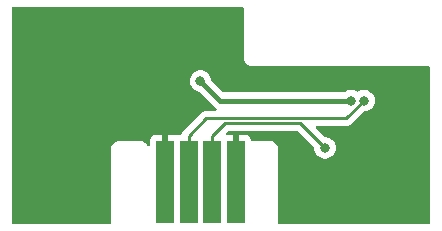
<source format=gbl>
G04 #@! TF.GenerationSoftware,KiCad,Pcbnew,8.0.2*
G04 #@! TF.CreationDate,2024-05-30T00:05:45-04:00*
G04 #@! TF.ProjectId,gc_sp2,67635f73-7032-42e6-9b69-6361645f7063,rev?*
G04 #@! TF.SameCoordinates,Original*
G04 #@! TF.FileFunction,Copper,L2,Bot*
G04 #@! TF.FilePolarity,Positive*
%FSLAX46Y46*%
G04 Gerber Fmt 4.6, Leading zero omitted, Abs format (unit mm)*
G04 Created by KiCad (PCBNEW 8.0.2) date 2024-05-30 00:05:45*
%MOMM*%
%LPD*%
G01*
G04 APERTURE LIST*
G04 #@! TA.AperFunction,SMDPad,CuDef*
%ADD10R,1.500000X7.000000*%
G04 #@! TD*
G04 #@! TA.AperFunction,ViaPad*
%ADD11C,0.800000*%
G04 #@! TD*
G04 #@! TA.AperFunction,Conductor*
%ADD12C,0.400000*%
G04 #@! TD*
G04 #@! TA.AperFunction,Conductor*
%ADD13C,0.250000*%
G04 #@! TD*
G04 APERTURE END LIST*
D10*
X76500000Y-115900000D03*
X78500000Y-115900000D03*
X80500000Y-115900000D03*
X82500000Y-115900000D03*
D11*
X92250000Y-109000000D03*
X79500000Y-107350000D03*
X84500000Y-112000000D03*
X64000000Y-119000000D03*
X71500000Y-119000000D03*
X64000000Y-107350000D03*
X71500000Y-107350000D03*
X64000000Y-101500000D03*
X71500000Y-101500000D03*
X82750000Y-101500000D03*
X71500000Y-113150000D03*
X98500000Y-106500000D03*
X92500000Y-111800000D03*
X93350000Y-109000000D03*
X90050000Y-113000000D03*
D12*
X81150000Y-109000000D02*
X79500000Y-107350000D01*
X92250000Y-109000000D02*
X81150000Y-109000000D01*
X92350105Y-108985334D02*
X92335439Y-109000000D01*
X92235334Y-109000000D02*
X92250000Y-108985334D01*
X76500000Y-115900000D02*
X76500000Y-112000000D01*
X82500000Y-115900000D02*
X82500000Y-112000000D01*
D13*
X78500000Y-115900000D02*
X78500000Y-116250000D01*
X78500000Y-112000000D02*
X78500000Y-115900000D01*
X91850000Y-110500000D02*
X80000000Y-110500000D01*
X80000000Y-110500000D02*
X78500000Y-112000000D01*
X93350000Y-109000000D02*
X91850000Y-110500000D01*
X90050000Y-113000000D02*
X87950000Y-110900000D01*
X80500000Y-112000000D02*
X80500000Y-115900000D01*
X81600000Y-110900000D02*
X80500000Y-112000000D01*
X87950000Y-110900000D02*
X81600000Y-110900000D01*
G04 #@! TA.AperFunction,Conductor*
G36*
X83141621Y-101070502D02*
G01*
X83188114Y-101124158D01*
X83199500Y-101176500D01*
X83199500Y-105572473D01*
X83199499Y-105572473D01*
X83237016Y-105712485D01*
X83309488Y-105838011D01*
X83309496Y-105838021D01*
X83411978Y-105940503D01*
X83411983Y-105940507D01*
X83411985Y-105940509D01*
X83537515Y-106012984D01*
X83677525Y-106050500D01*
X98823500Y-106050500D01*
X98891621Y-106070502D01*
X98938114Y-106124158D01*
X98949500Y-106176500D01*
X98949500Y-119323500D01*
X98929498Y-119391621D01*
X98875842Y-119438114D01*
X98823500Y-119449500D01*
X86176500Y-119449500D01*
X86108379Y-119429498D01*
X86061886Y-119375842D01*
X86050500Y-119323500D01*
X86050500Y-112927526D01*
X86050500Y-112927525D01*
X86012984Y-112787515D01*
X85940509Y-112661985D01*
X85940507Y-112661983D01*
X85940503Y-112661978D01*
X85838021Y-112559496D01*
X85838011Y-112559488D01*
X85712485Y-112487016D01*
X85572475Y-112449500D01*
X83881726Y-112449500D01*
X83813605Y-112429498D01*
X83767112Y-112375842D01*
X83756448Y-112336971D01*
X83751494Y-112290905D01*
X83700444Y-112154035D01*
X83700444Y-112154034D01*
X83612904Y-112037095D01*
X83495965Y-111949555D01*
X83359093Y-111898505D01*
X83298597Y-111892000D01*
X82754000Y-111892000D01*
X82754000Y-113000000D01*
X82246000Y-113000000D01*
X82246000Y-111892000D01*
X81808095Y-111892000D01*
X81739974Y-111871998D01*
X81693481Y-111818342D01*
X81683377Y-111748068D01*
X81712871Y-111683488D01*
X81719000Y-111676905D01*
X81825500Y-111570405D01*
X81887812Y-111536379D01*
X81914595Y-111533500D01*
X87635406Y-111533500D01*
X87703527Y-111553502D01*
X87724501Y-111570405D01*
X89102877Y-112948781D01*
X89136903Y-113011093D01*
X89139092Y-113024705D01*
X89156457Y-113189927D01*
X89186526Y-113282470D01*
X89215473Y-113371556D01*
X89215476Y-113371561D01*
X89310958Y-113536941D01*
X89310965Y-113536951D01*
X89438744Y-113678864D01*
X89438747Y-113678866D01*
X89593248Y-113791118D01*
X89767712Y-113868794D01*
X89954513Y-113908500D01*
X90145487Y-113908500D01*
X90332288Y-113868794D01*
X90506752Y-113791118D01*
X90661253Y-113678866D01*
X90789040Y-113536944D01*
X90884527Y-113371556D01*
X90943542Y-113189928D01*
X90963504Y-113000000D01*
X90943542Y-112810072D01*
X90884527Y-112628444D01*
X90789040Y-112463056D01*
X90789038Y-112463054D01*
X90789034Y-112463048D01*
X90661255Y-112321135D01*
X90506752Y-112208882D01*
X90332288Y-112131206D01*
X90145487Y-112091500D01*
X90089594Y-112091500D01*
X90021473Y-112071498D01*
X90000499Y-112054595D01*
X89294499Y-111348595D01*
X89260473Y-111286283D01*
X89265538Y-111215468D01*
X89308085Y-111158632D01*
X89374605Y-111133821D01*
X89383594Y-111133500D01*
X91912393Y-111133500D01*
X91912394Y-111133500D01*
X92034785Y-111109155D01*
X92150075Y-111061400D01*
X92253833Y-110992071D01*
X93300499Y-109945405D01*
X93362811Y-109911379D01*
X93389594Y-109908500D01*
X93445487Y-109908500D01*
X93632288Y-109868794D01*
X93806752Y-109791118D01*
X93961253Y-109678866D01*
X94005813Y-109629377D01*
X94089034Y-109536951D01*
X94089035Y-109536949D01*
X94089040Y-109536944D01*
X94184527Y-109371556D01*
X94243542Y-109189928D01*
X94263504Y-109000000D01*
X94243542Y-108810072D01*
X94184527Y-108628444D01*
X94089040Y-108463056D01*
X94089038Y-108463054D01*
X94089034Y-108463048D01*
X93961255Y-108321135D01*
X93806752Y-108208882D01*
X93632288Y-108131206D01*
X93445487Y-108091500D01*
X93254513Y-108091500D01*
X93067711Y-108131206D01*
X92893246Y-108208882D01*
X92893245Y-108208883D01*
X92874061Y-108222822D01*
X92807193Y-108246681D01*
X92738041Y-108230600D01*
X92725939Y-108222822D01*
X92706754Y-108208883D01*
X92706753Y-108208882D01*
X92532288Y-108131206D01*
X92345487Y-108091500D01*
X92154513Y-108091500D01*
X91967711Y-108131206D01*
X91793247Y-108208882D01*
X91712656Y-108267436D01*
X91645788Y-108291294D01*
X91638595Y-108291500D01*
X81495661Y-108291500D01*
X81427540Y-108271498D01*
X81406566Y-108254595D01*
X80434664Y-107282693D01*
X80400638Y-107220381D01*
X80398449Y-107206766D01*
X80393542Y-107160075D01*
X80393541Y-107160069D01*
X80334527Y-106978444D01*
X80239040Y-106813056D01*
X80239038Y-106813054D01*
X80239034Y-106813048D01*
X80111255Y-106671135D01*
X79956752Y-106558882D01*
X79782288Y-106481206D01*
X79595487Y-106441500D01*
X79404513Y-106441500D01*
X79217711Y-106481206D01*
X79043247Y-106558882D01*
X78888744Y-106671135D01*
X78760965Y-106813048D01*
X78760958Y-106813058D01*
X78665476Y-106978438D01*
X78665473Y-106978445D01*
X78606457Y-107160072D01*
X78586496Y-107350000D01*
X78606457Y-107539927D01*
X78636526Y-107632470D01*
X78665473Y-107721556D01*
X78665476Y-107721561D01*
X78760958Y-107886941D01*
X78760965Y-107886951D01*
X78888744Y-108028864D01*
X78888747Y-108028866D01*
X79043248Y-108141118D01*
X79217712Y-108218794D01*
X79370568Y-108251284D01*
X79433040Y-108285012D01*
X79433465Y-108285436D01*
X80698351Y-109550323D01*
X80698357Y-109550328D01*
X80814399Y-109627865D01*
X80814406Y-109627867D01*
X80817229Y-109629377D01*
X80818435Y-109630561D01*
X80819546Y-109631304D01*
X80819405Y-109631514D01*
X80867878Y-109679129D01*
X80883588Y-109748366D01*
X80859373Y-109815105D01*
X80802919Y-109858158D01*
X80757834Y-109866500D01*
X79937603Y-109866500D01*
X79864568Y-109881028D01*
X79815215Y-109890845D01*
X79815213Y-109890845D01*
X79815212Y-109890846D01*
X79699923Y-109938601D01*
X79596171Y-110007926D01*
X79596164Y-110007931D01*
X78007931Y-111596164D01*
X78007929Y-111596167D01*
X77938600Y-111699925D01*
X77918659Y-111748068D01*
X77891465Y-111813719D01*
X77846916Y-111868999D01*
X77779553Y-111891420D01*
X77775056Y-111891500D01*
X77701350Y-111891500D01*
X77640803Y-111898009D01*
X77640799Y-111898010D01*
X77543316Y-111934370D01*
X77472500Y-111939434D01*
X77455252Y-111934370D01*
X77359094Y-111898505D01*
X77298597Y-111892000D01*
X76754000Y-111892000D01*
X76754000Y-113000000D01*
X76246000Y-113000000D01*
X76246000Y-111892000D01*
X75701402Y-111892000D01*
X75640906Y-111898505D01*
X75504035Y-111949555D01*
X75504034Y-111949555D01*
X75387095Y-112037095D01*
X75299555Y-112154034D01*
X75299555Y-112154035D01*
X75248505Y-112290906D01*
X75242000Y-112351402D01*
X75242000Y-112713944D01*
X75221998Y-112782065D01*
X75168342Y-112828558D01*
X75098068Y-112838662D01*
X75033488Y-112809168D01*
X75006881Y-112776944D01*
X74940511Y-112661988D01*
X74940503Y-112661978D01*
X74838021Y-112559496D01*
X74838011Y-112559488D01*
X74712485Y-112487016D01*
X74572475Y-112449500D01*
X72572475Y-112449500D01*
X72427525Y-112449500D01*
X72334185Y-112474510D01*
X72287514Y-112487016D01*
X72161988Y-112559488D01*
X72161978Y-112559496D01*
X72059496Y-112661978D01*
X72059488Y-112661988D01*
X71987016Y-112787514D01*
X71949500Y-112927526D01*
X71949500Y-119323500D01*
X71929498Y-119391621D01*
X71875842Y-119438114D01*
X71823500Y-119449500D01*
X63676500Y-119449500D01*
X63608379Y-119429498D01*
X63561886Y-119375842D01*
X63550500Y-119323500D01*
X63550500Y-101176500D01*
X63570502Y-101108379D01*
X63624158Y-101061886D01*
X63676500Y-101050500D01*
X83073500Y-101050500D01*
X83141621Y-101070502D01*
G37*
G04 #@! TD.AperFunction*
M02*

</source>
